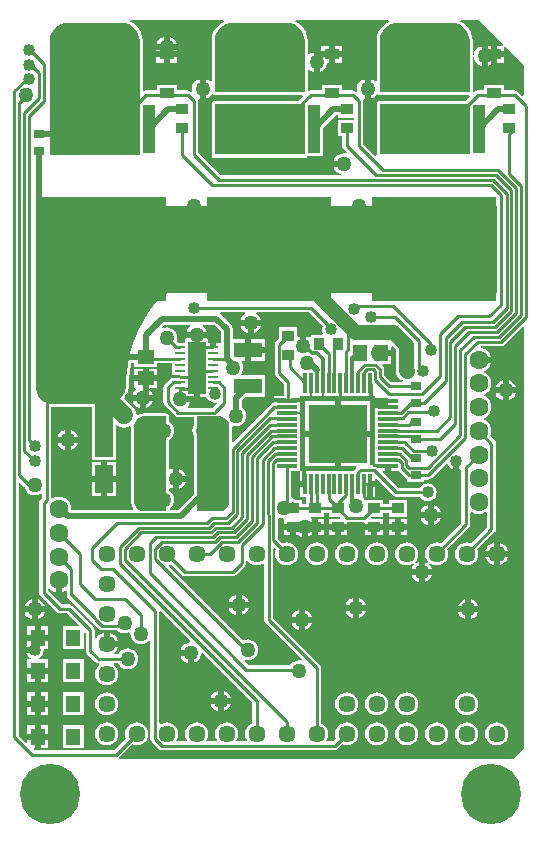
<source format=gtl>
G04 Layer_Physical_Order=1*
G04 Layer_Color=255*
%FSAX24Y24*%
%MOIN*%
G70*
G01*
G75*
%ADD10R,0.0480X0.0358*%
%ADD11R,0.0610X0.0945*%
%ADD12R,0.0354X0.0276*%
%ADD13R,0.0394X0.0354*%
%ADD14R,0.0453X0.0571*%
%ADD15R,0.0354X0.0394*%
%ADD16R,0.0571X0.0453*%
%ADD17R,0.1969X0.1969*%
%ADD18R,0.0669X0.0118*%
%ADD19R,0.0118X0.0669*%
%ADD20R,0.0925X0.0512*%
%ADD21R,0.0587X0.1732*%
%ADD22R,0.0354X0.0098*%
G04:AMPARAMS|DCode=23|XSize=106.3mil|YSize=315mil|CornerRadius=53.2mil|HoleSize=0mil|Usage=FLASHONLY|Rotation=0.000|XOffset=0mil|YOffset=0mil|HoleType=Round|Shape=RoundedRectangle|*
%AMROUNDEDRECTD23*
21,1,0.1063,0.2087,0,0,0.0*
21,1,0.0000,0.3150,0,0,0.0*
1,1,0.1063,0.0000,-0.1043*
1,1,0.1063,0.0000,-0.1043*
1,1,0.1063,0.0000,0.1043*
1,1,0.1063,0.0000,0.1043*
%
%ADD23ROUNDEDRECTD23*%
%ADD24R,0.0413X0.1634*%
%ADD25R,0.4173X0.3465*%
%ADD26R,0.0480X0.0560*%
%ADD27C,0.0100*%
%ADD28C,0.0200*%
%ADD29C,0.0120*%
%ADD30C,0.0500*%
%ADD31C,0.0400*%
%ADD32C,0.0600*%
%ADD33R,0.3005X0.1700*%
%ADD34C,0.0570*%
%ADD35C,0.0630*%
%ADD36C,0.2010*%
%ADD37C,0.0500*%
%ADD38C,0.0400*%
%ADD39C,0.0200*%
G36*
X067800Y031700D02*
X057000Y031700D01*
X057000Y031700D01*
X056958Y031702D01*
X056835Y031687D01*
X056707Y031635D01*
X056598Y031547D01*
X056568Y031511D01*
X056568Y031511D01*
X056483Y031416D01*
X056248Y031113D01*
X056039Y030784D01*
X055858Y030438D01*
X055709Y030077D01*
X055592Y029705D01*
X055507Y029324D01*
X055448Y028816D01*
X055445Y028645D01*
X055445Y028645D01*
X055443Y028583D01*
X055398Y028406D01*
X055336Y028291D01*
X055254Y028191D01*
X055154Y028108D01*
X055039Y028047D01*
X054861Y028001D01*
X054800Y028000D01*
X053000Y028000D01*
Y028000D01*
X052928D01*
X052723Y028070D01*
X052608Y028158D01*
X052520Y028273D01*
X052450Y028478D01*
Y028550D01*
X052450Y033950D01*
Y034014D01*
X052497Y034200D01*
X052557Y034313D01*
X052638Y034412D01*
X052737Y034493D01*
X052850Y034553D01*
X053036Y034600D01*
X053100D01*
X067800Y034600D01*
X067800Y031700D01*
D02*
G37*
G36*
X062001Y030585D02*
X061989Y030558D01*
X061979Y030480D01*
X061989Y030402D01*
X062013Y030345D01*
X061988Y030295D01*
X061609D01*
Y030232D01*
X061559Y030208D01*
X061532Y030229D01*
X061456Y030260D01*
Y029923D01*
X061256D01*
Y030260D01*
X061197Y030236D01*
X061147Y030261D01*
Y030542D01*
X060553D01*
Y030186D01*
X060445Y030078D01*
X060414Y030032D01*
X060404Y029979D01*
Y029035D01*
X060414Y028981D01*
X060445Y028936D01*
X060710Y028671D01*
Y028300D01*
X060712Y028287D01*
X060680Y028248D01*
X060365D01*
Y028189D01*
X060768D01*
X060796Y028170D01*
X060800Y028169D01*
X060850Y028159D01*
X060904Y028170D01*
X060932Y028189D01*
X061235D01*
Y028224D01*
X061247Y028254D01*
X061277Y028267D01*
X061448D01*
Y028265D01*
X061507D01*
Y028267D01*
X061568D01*
Y028700D01*
X061639D01*
X061646Y028663D01*
Y028267D01*
X061707D01*
Y028265D01*
X061766D01*
Y028267D01*
X061842D01*
Y028265D01*
X061901D01*
Y028267D01*
X061961D01*
Y028700D01*
X062040D01*
Y028267D01*
X062101D01*
Y028265D01*
X062160D01*
Y028267D01*
X062432D01*
Y028265D01*
X062491D01*
Y028267D01*
X062552D01*
Y028700D01*
X062631D01*
Y028267D01*
X062691D01*
Y028265D01*
X062750D01*
Y028267D01*
X063417D01*
Y028265D01*
X063476D01*
Y028267D01*
X063536D01*
Y028700D01*
X063637D01*
X063676Y028661D01*
Y028265D01*
X063708D01*
X063739Y028253D01*
X063751Y028222D01*
Y028189D01*
X064163D01*
X064164Y028189D01*
X064186Y028185D01*
Y027989D01*
X064186D01*
Y027853D01*
X063753D01*
Y027793D01*
X063751D01*
Y027733D01*
X063753D01*
Y027341D01*
Y026948D01*
Y026554D01*
Y026083D01*
X063751D01*
Y025992D01*
X063701Y025951D01*
X063700Y025951D01*
X063700Y025951D01*
X063584D01*
Y026900D01*
X062600D01*
Y025916D01*
X063102D01*
X063123Y025866D01*
X063075Y025818D01*
X063042Y025769D01*
X063038Y025748D01*
X062826D01*
Y025747D01*
X061569D01*
Y025748D01*
X061510D01*
Y025747D01*
X061450D01*
Y025314D01*
X061410D01*
Y025214D01*
X061251D01*
Y024879D01*
X061456D01*
Y024791D01*
X061455D01*
Y024666D01*
X061295D01*
Y024791D01*
X061118D01*
X061107Y024807D01*
X061058Y024840D01*
X061000Y024851D01*
X060951Y024893D01*
Y025767D01*
X061209D01*
X061238Y025754D01*
X061251Y025724D01*
Y025414D01*
X061310D01*
Y025748D01*
X061276D01*
X061246Y025761D01*
X061233Y025791D01*
Y025963D01*
Y026357D01*
Y026751D01*
Y027144D01*
Y027537D01*
X061235D01*
Y027596D01*
X061233D01*
Y027656D01*
X060800D01*
Y027735D01*
X061233D01*
Y027796D01*
X061235D01*
Y027855D01*
X061233D01*
Y027930D01*
X061235D01*
Y027989D01*
X061233D01*
Y028050D01*
X060800D01*
X060367D01*
Y028039D01*
X060365Y028038D01*
Y028038D01*
X060335Y028032D01*
X060286Y028000D01*
X059022Y026736D01*
X058976Y026756D01*
Y027043D01*
X058975Y027055D01*
Y027227D01*
X059025Y027258D01*
X059100Y027249D01*
X059191Y027261D01*
X059276Y027296D01*
X059349Y027352D01*
X059404Y027424D01*
X059439Y027509D01*
X059451Y027600D01*
X059439Y027691D01*
X059404Y027776D01*
X059349Y027848D01*
X059302Y027884D01*
Y028112D01*
X059431Y028241D01*
X060061D01*
Y028950D01*
X059310D01*
X059286Y029000D01*
X059304Y029024D01*
X059339Y029109D01*
X059351Y029200D01*
X059339Y029291D01*
X059304Y029376D01*
X059289Y029396D01*
X059311Y029441D01*
X059400D01*
Y029796D01*
Y030152D01*
X059002D01*
Y030500D01*
X058987Y030577D01*
X058943Y030643D01*
X058602Y030984D01*
X058580Y030999D01*
X058595Y031049D01*
X059401D01*
X059407Y031036D01*
X059414Y030999D01*
X059350Y030950D01*
X059294Y030877D01*
X059263Y030800D01*
X059937D01*
X059906Y030877D01*
X059850Y030950D01*
X059786Y030999D01*
X059793Y031036D01*
X059799Y031049D01*
X061537D01*
X062001Y030585D01*
D02*
G37*
G36*
X058598Y030416D02*
Y030038D01*
X058449D01*
Y029889D01*
X058249D01*
Y030038D01*
X058193D01*
Y030166D01*
X058168D01*
X058151Y030192D01*
X058148Y030200D01*
X057452D01*
X057449Y030192D01*
X057432Y030166D01*
X057407D01*
Y030037D01*
X057269D01*
X057251Y030040D01*
X057188D01*
X057134Y030095D01*
X057139Y030109D01*
X057151Y030200D01*
X057139Y030291D01*
X057104Y030376D01*
X057049Y030449D01*
X056976Y030504D01*
X056891Y030539D01*
X056800Y030551D01*
X056709Y030539D01*
X056687Y030530D01*
X056659Y030573D01*
X056725Y030639D01*
X057584D01*
X057601Y030589D01*
X057550Y030550D01*
X057494Y030477D01*
X057463Y030400D01*
X058137D01*
X058106Y030477D01*
X058050Y030550D01*
X057999Y030589D01*
X058016Y030639D01*
X058375D01*
X058598Y030416D01*
D02*
G37*
G36*
X058686Y040800D02*
X058709Y040773D01*
X058700Y040734D01*
X058618Y040690D01*
X058610Y040684D01*
X058601Y040679D01*
X058510Y040604D01*
X058504Y040596D01*
X058496Y040590D01*
X058421Y040499D01*
X058416Y040490D01*
X058410Y040482D01*
X058354Y040378D01*
X058352Y040369D01*
X058347Y040360D01*
X058313Y040247D01*
X058312Y040237D01*
X058309Y040227D01*
X058300Y040139D01*
X058301Y040134D01*
X058300Y040129D01*
Y038762D01*
X058252Y038746D01*
X058250Y038750D01*
X058177Y038806D01*
X058100Y038837D01*
Y038500D01*
Y038163D01*
X058177Y038194D01*
X058250Y038250D01*
X058288Y038301D01*
X058317Y038321D01*
X058355Y038312D01*
X058362Y038307D01*
X058400Y038300D01*
X061320D01*
X061339Y038253D01*
X061186Y038100D01*
X058395D01*
X058356Y038093D01*
X058324Y038071D01*
X058302Y038038D01*
X058295Y038000D01*
Y036300D01*
X058302Y036262D01*
X058324Y036229D01*
X058356Y036207D01*
X058395Y036200D01*
X061400D01*
X061438Y036207D01*
X061471Y036229D01*
X061482Y036245D01*
X062005D01*
Y037180D01*
X062438Y037613D01*
X062505D01*
Y037539D01*
X063049D01*
Y037461D01*
X062505D01*
Y036909D01*
X062649D01*
Y036600D01*
X062649Y036600D01*
X062660Y036542D01*
X062693Y036493D01*
X062795Y036391D01*
X062772Y036344D01*
X062700Y036353D01*
X062609Y036341D01*
X062523Y036306D01*
X062450Y036250D01*
X062394Y036177D01*
X062363Y036100D01*
X062700D01*
Y035900D01*
X062363D01*
X062394Y035823D01*
X062450Y035750D01*
X062523Y035694D01*
X062609Y035659D01*
X062600Y035610D01*
X058604D01*
X057851Y036363D01*
Y036933D01*
X057857Y036963D01*
Y037407D01*
X057851Y037437D01*
Y037563D01*
X057857Y037593D01*
Y038094D01*
X057857Y038094D01*
X057850Y038129D01*
X057876Y038157D01*
X057892Y038166D01*
X057900Y038163D01*
Y038500D01*
Y038837D01*
X057823Y038806D01*
X057750Y038750D01*
X057694Y038677D01*
X057659Y038591D01*
X057647Y038500D01*
X057656Y038428D01*
X057609Y038405D01*
X057607Y038407D01*
X057558Y038440D01*
X057500Y038451D01*
X057500Y038451D01*
X057139D01*
Y038634D01*
X056461D01*
Y038451D01*
X056100D01*
X056050Y038441D01*
X056000Y038467D01*
X056000Y040100D01*
X056000Y040129D01*
X055999Y040134D01*
X056000Y040139D01*
X055991Y040227D01*
X055988Y040237D01*
X055987Y040247D01*
X055953Y040360D01*
X055948Y040369D01*
X055946Y040378D01*
X055890Y040482D01*
X055884Y040490D01*
X055879Y040499D01*
X055804Y040590D01*
X055796Y040596D01*
X055790Y040604D01*
X055699Y040679D01*
X055690Y040684D01*
X055682Y040690D01*
X055600Y040734D01*
X055591Y040773D01*
X055614Y040800D01*
X058686Y040800D01*
D02*
G37*
G36*
X060918Y040691D02*
X061031Y040657D01*
X061135Y040601D01*
X061226Y040526D01*
X061301Y040435D01*
X061357Y040331D01*
X061391Y040218D01*
X061400Y040129D01*
X061400Y040100D01*
X061400Y038400D01*
X058400D01*
Y040100D01*
Y040129D01*
X058409Y040218D01*
X058443Y040331D01*
X058499Y040435D01*
X058574Y040526D01*
X058665Y040601D01*
X058769Y040657D01*
X058882Y040691D01*
X058971Y040700D01*
X059000D01*
X060800Y040700D01*
X060829Y040700D01*
X060918Y040691D01*
D02*
G37*
G36*
X066418Y040691D02*
X066531Y040657D01*
X066635Y040601D01*
X066726Y040526D01*
X066801Y040435D01*
X066857Y040331D01*
X066891Y040218D01*
X066900Y040129D01*
X066900Y040100D01*
X066900Y038400D01*
X063900D01*
Y040100D01*
Y040129D01*
X063909Y040218D01*
X063943Y040331D01*
X063999Y040435D01*
X064074Y040526D01*
X064165Y040601D01*
X064269Y040657D01*
X064382Y040691D01*
X064471Y040700D01*
X064500D01*
X066300Y040700D01*
X066329Y040700D01*
X066418Y040691D01*
D02*
G37*
G36*
X058657Y027567D02*
X058728Y027537D01*
X058790Y027490D01*
X058837Y027428D01*
X058867Y027357D01*
X058875Y027299D01*
Y027280D01*
Y024720D01*
Y024701D01*
X058867Y024643D01*
X058837Y024572D01*
X058790Y024510D01*
X058728Y024463D01*
X058657Y024433D01*
X058599Y024425D01*
X057812D01*
Y027575D01*
X058599D01*
X058657Y027567D01*
D02*
G37*
G36*
X061800Y028800D02*
Y029000D01*
X061900Y029100D01*
X061800Y028800D01*
D02*
G37*
G36*
X064440Y029813D02*
Y029109D01*
X064451Y029018D01*
X064487Y028933D01*
X064542Y028861D01*
X064552Y028851D01*
X064624Y028796D01*
X064669Y028777D01*
X064660Y028727D01*
X064287D01*
X064054Y028960D01*
Y029145D01*
X064054Y029145D01*
X064043Y029203D01*
X064010Y029252D01*
X064010Y029252D01*
X063994Y029268D01*
X064013Y029315D01*
X064281D01*
Y029600D01*
X063954D01*
Y029800D01*
X064281D01*
Y029907D01*
X064327Y029926D01*
X064440Y029813D01*
D02*
G37*
G36*
X056788Y024425D02*
X056001D01*
X055943Y024433D01*
X055872Y024463D01*
X055810Y024510D01*
X055763Y024572D01*
X055733Y024643D01*
X055725Y024701D01*
Y024720D01*
Y027280D01*
Y027299D01*
X055733Y027357D01*
X055763Y027428D01*
X055810Y027490D01*
X055872Y027537D01*
X055943Y027567D01*
X056001Y027575D01*
X056020Y027575D01*
Y027575D01*
X056788D01*
Y024425D01*
D02*
G37*
G36*
X057900Y028234D02*
X058121D01*
X058139Y028189D01*
X058187Y028127D01*
X058250Y028079D01*
X058322Y028049D01*
X058400Y028039D01*
X058437Y028044D01*
X058461Y027996D01*
X058316Y027851D01*
X057515D01*
X057504Y027883D01*
X057502Y027901D01*
X057557Y027973D01*
X057592Y028058D01*
X057604Y028149D01*
X057598Y028196D01*
X057631Y028234D01*
X057700D01*
Y029200D01*
X057900D01*
Y028234D01*
D02*
G37*
G36*
X068700Y030546D02*
Y016800D01*
Y016500D01*
X068350Y016150D01*
X055233D01*
X055220Y016172D01*
X055214Y016200D01*
X055658Y016644D01*
X055700Y016626D01*
X055800Y016613D01*
X055900Y016626D01*
X055993Y016665D01*
X056073Y016727D01*
X056135Y016807D01*
X056174Y016900D01*
X056187Y017000D01*
X056174Y017100D01*
X056135Y017193D01*
X056073Y017273D01*
X055993Y017335D01*
X055900Y017374D01*
X055800Y017387D01*
X055700Y017374D01*
X055607Y017335D01*
X055527Y017273D01*
X055465Y017193D01*
X055426Y017100D01*
X055413Y017000D01*
X055426Y016900D01*
X055444Y016858D01*
X055037Y016451D01*
X052383D01*
X052369Y016470D01*
X052394Y016520D01*
X052400D01*
Y016800D01*
X052160D01*
Y016719D01*
X052114Y016700D01*
X051874Y016940D01*
Y025346D01*
X051920Y025366D01*
X052058Y025228D01*
X052061Y025209D01*
X052096Y025124D01*
X052151Y025052D01*
X052224Y024996D01*
X052309Y024961D01*
X052400Y024949D01*
X052491Y024961D01*
X052576Y024996D01*
X052599Y025013D01*
X052649Y024989D01*
Y024863D01*
X052593Y024807D01*
X052560Y024758D01*
X052549Y024700D01*
X052549Y024700D01*
Y021700D01*
X052549Y021700D01*
X052560Y021642D01*
X052593Y021593D01*
X053134Y021052D01*
X053134Y021052D01*
X053183Y021019D01*
X053241Y021008D01*
X053241Y021008D01*
X053478D01*
X053861Y020625D01*
X053842Y020578D01*
X053352D01*
Y019822D01*
X054029D01*
Y020371D01*
X054078Y020393D01*
X054103Y020374D01*
Y019774D01*
X054103Y019774D01*
X054115Y019716D01*
X054148Y019667D01*
X054422Y019393D01*
X054471Y019360D01*
X054529Y019349D01*
X054529Y019349D01*
X054542D01*
X054559Y019299D01*
X054527Y019273D01*
X054465Y019193D01*
X054426Y019100D01*
X054413Y019000D01*
X054426Y018900D01*
X054465Y018807D01*
X054527Y018727D01*
X054607Y018665D01*
X054700Y018626D01*
X054800Y018613D01*
X054900Y018626D01*
X054993Y018665D01*
X055073Y018727D01*
X055135Y018807D01*
X055174Y018900D01*
X055187Y019000D01*
X055174Y019100D01*
X055135Y019193D01*
X055073Y019273D01*
X055041Y019299D01*
X055058Y019349D01*
X055186D01*
X055196Y019324D01*
X055251Y019252D01*
X055324Y019196D01*
X055409Y019161D01*
X055500Y019149D01*
X055591Y019161D01*
X055676Y019196D01*
X055749Y019252D01*
X055804Y019324D01*
X055839Y019409D01*
X055851Y019500D01*
X055839Y019591D01*
X055804Y019676D01*
X055749Y019749D01*
X055676Y019804D01*
X055591Y019839D01*
X055500Y019851D01*
X055409Y019839D01*
X055324Y019804D01*
X055251Y019749D01*
X055196Y019676D01*
X055186Y019651D01*
X055060D01*
X055043Y019701D01*
X055075Y019725D01*
X055136Y019806D01*
X055175Y019899D01*
X055175Y019900D01*
X054800D01*
Y020000D01*
X054700D01*
Y020375D01*
X054699Y020375D01*
X054606Y020336D01*
X054525Y020275D01*
X054464Y020194D01*
X054456Y020175D01*
X054406Y020185D01*
Y020445D01*
X054406Y020445D01*
X054394Y020503D01*
X054362Y020552D01*
X054362Y020552D01*
X053648Y021266D01*
X053599Y021299D01*
X053541Y021310D01*
X053541Y021310D01*
X053304D01*
X052851Y021763D01*
Y021814D01*
X052899Y021830D01*
X052904Y021823D01*
X052991Y021756D01*
X053092Y021715D01*
X053100Y021713D01*
Y022119D01*
X053300D01*
Y021713D01*
X053308Y021715D01*
X053409Y021756D01*
X053428Y021771D01*
X053473Y021749D01*
Y021619D01*
X053473Y021619D01*
X053484Y021561D01*
X053517Y021512D01*
X053518Y021511D01*
X053518Y021511D01*
X053539Y021497D01*
X054285Y020751D01*
X054299Y020730D01*
X054530Y020499D01*
X054530Y020499D01*
X054579Y020466D01*
X054637Y020455D01*
X055149D01*
X055152Y020452D01*
X055224Y020396D01*
X055309Y020361D01*
X055400Y020349D01*
X055491Y020361D01*
X055545Y020383D01*
X055590Y020348D01*
X055590Y020341D01*
X055601Y020250D01*
X055637Y020165D01*
X055692Y020092D01*
X055765Y020037D01*
X055850Y020001D01*
X055941Y019990D01*
X056032Y020001D01*
X056117Y020037D01*
X056189Y020092D01*
X056205Y020112D01*
X056255Y020095D01*
Y016837D01*
X056255Y016837D01*
X056266Y016779D01*
X056299Y016730D01*
X056536Y016493D01*
X056536Y016493D01*
X056585Y016460D01*
X056643Y016449D01*
X056643Y016449D01*
X062400D01*
X062400Y016449D01*
X062458Y016460D01*
X062507Y016493D01*
X062658Y016644D01*
X062700Y016626D01*
X062800Y016613D01*
X062900Y016626D01*
X062993Y016665D01*
X063073Y016727D01*
X063135Y016807D01*
X063174Y016900D01*
X063187Y017000D01*
X063174Y017100D01*
X063135Y017193D01*
X063073Y017273D01*
X062993Y017335D01*
X062900Y017374D01*
X062800Y017387D01*
X062700Y017374D01*
X062607Y017335D01*
X062527Y017273D01*
X062465Y017193D01*
X062426Y017100D01*
X062413Y017000D01*
X062426Y016900D01*
X062444Y016858D01*
X062337Y016751D01*
X062149D01*
X062127Y016796D01*
X062135Y016807D01*
X062174Y016900D01*
X062187Y017000D01*
X062174Y017100D01*
X062135Y017193D01*
X062073Y017273D01*
X061993Y017335D01*
X061951Y017352D01*
Y019200D01*
X061940Y019258D01*
X061907Y019307D01*
X061907Y019307D01*
X060349Y020865D01*
Y023172D01*
X060395Y023191D01*
X060444Y023142D01*
X060426Y023100D01*
X060413Y023000D01*
X060426Y022900D01*
X060465Y022807D01*
X060527Y022727D01*
X060607Y022665D01*
X060700Y022626D01*
X060800Y022613D01*
X060900Y022626D01*
X060993Y022665D01*
X061073Y022727D01*
X061135Y022807D01*
X061174Y022900D01*
X061187Y023000D01*
X061174Y023100D01*
X061135Y023193D01*
X061073Y023273D01*
X060993Y023335D01*
X060900Y023374D01*
X060800Y023387D01*
X060700Y023374D01*
X060658Y023356D01*
X060508Y023506D01*
Y024173D01*
X060558Y024207D01*
X060609Y024186D01*
X060660Y024179D01*
X060701Y024163D01*
X060703Y024125D01*
Y023985D01*
X061000D01*
Y023885D01*
X061100D01*
Y023608D01*
X061206D01*
X061223Y023594D01*
X061300Y023563D01*
Y023900D01*
X061500D01*
Y023563D01*
X061577Y023594D01*
X061594Y023608D01*
X061650D01*
Y023885D01*
Y024162D01*
X061635D01*
X061607Y024193D01*
X061624Y024239D01*
X062045D01*
Y024364D01*
X062205D01*
Y024239D01*
X062558D01*
X062584Y024208D01*
X062564Y024162D01*
X062203D01*
Y023985D01*
X062500D01*
X062797D01*
Y024034D01*
X062815Y024049D01*
X063385D01*
X063385Y024049D01*
X063403Y024034D01*
Y023985D01*
X063700D01*
X063997D01*
Y024162D01*
X063636D01*
X063616Y024208D01*
X063642Y024239D01*
X063995D01*
Y024364D01*
X064205D01*
Y024239D01*
X064795D01*
Y024791D01*
X064205D01*
Y024666D01*
X063995D01*
Y024791D01*
X063405D01*
X063405Y024791D01*
Y024791D01*
X063370Y024823D01*
X063365Y024829D01*
X063390Y024879D01*
X063476D01*
Y025314D01*
X063576D01*
Y025414D01*
X063735D01*
Y025486D01*
X063781Y025505D01*
X064343Y024943D01*
X064343Y024943D01*
X064392Y024910D01*
X064450Y024899D01*
X065240D01*
X065287Y024837D01*
X065349Y024789D01*
X065422Y024759D01*
X065500Y024749D01*
X065578Y024759D01*
X065651Y024789D01*
X065713Y024837D01*
X065761Y024899D01*
X065791Y024972D01*
X065801Y025050D01*
X065791Y025128D01*
X065761Y025201D01*
X065713Y025263D01*
X065651Y025311D01*
X065578Y025341D01*
X065500Y025351D01*
X065422Y025341D01*
X065349Y025311D01*
X065287Y025263D01*
X065240Y025201D01*
X064513D01*
X063995Y025719D01*
X064014Y025765D01*
X064086D01*
Y025924D01*
X064286D01*
Y025765D01*
X064522D01*
X064523Y025763D01*
X064769Y025517D01*
X064769Y025517D01*
X064818Y025485D01*
X064824Y025483D01*
Y025388D01*
X065376D01*
Y025473D01*
X065524D01*
X065524Y025473D01*
X065582Y025485D01*
X065631Y025517D01*
X066113Y025999D01*
X066172Y025987D01*
X066188Y025949D01*
X066236Y025886D01*
X066299Y025838D01*
X066350Y025817D01*
Y026100D01*
X066550D01*
Y025817D01*
X066575Y025827D01*
X066625Y025796D01*
Y024039D01*
X065942Y023356D01*
X065900Y023374D01*
X065800Y023387D01*
X065700Y023374D01*
X065607Y023335D01*
X065527Y023273D01*
X065465Y023193D01*
X065426Y023100D01*
X065413Y023000D01*
X065426Y022900D01*
X065465Y022807D01*
X065519Y022736D01*
X065484Y022700D01*
X065477Y022706D01*
X065400Y022737D01*
Y022500D01*
X065637D01*
X065606Y022577D01*
X065557Y022640D01*
X065592Y022676D01*
X065607Y022665D01*
X065700Y022626D01*
X065800Y022613D01*
X065900Y022626D01*
X065993Y022665D01*
X066073Y022727D01*
X066135Y022807D01*
X066174Y022900D01*
X066187Y023000D01*
X066174Y023100D01*
X066156Y023142D01*
X066883Y023869D01*
X066883Y023869D01*
X066916Y023918D01*
X066927Y023976D01*
X066927Y023976D01*
Y024369D01*
X066972Y024392D01*
X066992Y024377D01*
X067092Y024335D01*
X067200Y024321D01*
X067308Y024335D01*
X067408Y024377D01*
X067428Y024392D01*
X067473Y024369D01*
Y023887D01*
X066942Y023356D01*
X066900Y023374D01*
X066800Y023387D01*
X066700Y023374D01*
X066607Y023335D01*
X066527Y023273D01*
X066465Y023193D01*
X066426Y023100D01*
X066413Y023000D01*
X066426Y022900D01*
X066465Y022807D01*
X066527Y022727D01*
X066607Y022665D01*
X066700Y022626D01*
X066800Y022613D01*
X066900Y022626D01*
X066993Y022665D01*
X067073Y022727D01*
X067135Y022807D01*
X067174Y022900D01*
X067187Y023000D01*
X067174Y023100D01*
X067156Y023142D01*
X067731Y023717D01*
X067731Y023717D01*
X067764Y023766D01*
X067775Y023824D01*
X067775Y023824D01*
Y026673D01*
X067764Y026731D01*
X067731Y026780D01*
X067731Y026780D01*
X067579Y026932D01*
X067603Y026989D01*
X067617Y027097D01*
X067603Y027205D01*
X067561Y027306D01*
X067495Y027392D01*
X067408Y027459D01*
X067387Y027467D01*
Y027517D01*
X067408Y027526D01*
X067495Y027593D01*
X067561Y027679D01*
X067603Y027779D01*
X067617Y027887D01*
X067603Y027995D01*
X067561Y028096D01*
X067495Y028182D01*
X067408Y028249D01*
X067390Y028256D01*
Y028306D01*
X067408Y028314D01*
X067495Y028380D01*
X067561Y028466D01*
X067603Y028567D01*
X067617Y028675D01*
X067603Y028783D01*
X067561Y028883D01*
X067495Y028970D01*
X067408Y029036D01*
X067392Y029043D01*
Y029093D01*
X067409Y029100D01*
X067496Y029166D01*
X067562Y029253D01*
X067604Y029354D01*
X067605Y029362D01*
X067200D01*
Y029562D01*
X067605D01*
X067604Y029571D01*
X067562Y029671D01*
X067496Y029758D01*
X067409Y029825D01*
X067308Y029867D01*
X067271Y029871D01*
X067274Y029922D01*
X067948D01*
X067948Y029922D01*
X068006Y029933D01*
X068055Y029966D01*
X068654Y030565D01*
X068700Y030546D01*
D02*
G37*
G36*
X064186Y040800D02*
X064209Y040773D01*
X064200Y040734D01*
X064118Y040690D01*
X064110Y040684D01*
X064101Y040679D01*
X064010Y040604D01*
X064004Y040596D01*
X063996Y040590D01*
X063921Y040499D01*
X063916Y040490D01*
X063910Y040482D01*
X063854Y040378D01*
X063852Y040369D01*
X063847Y040360D01*
X063813Y040247D01*
X063812Y040237D01*
X063809Y040227D01*
X063800Y040139D01*
X063801Y040134D01*
X063800Y040129D01*
Y038762D01*
X063752Y038746D01*
X063750Y038750D01*
X063677Y038806D01*
X063600Y038837D01*
Y038500D01*
Y038163D01*
X063677Y038194D01*
X063750Y038250D01*
X063788Y038301D01*
X063817Y038321D01*
X063855Y038312D01*
X063862Y038307D01*
X063900Y038300D01*
X066876D01*
X066897Y038250D01*
X066748Y038100D01*
X063895D01*
X063856Y038093D01*
X063824Y038071D01*
X063802Y038038D01*
X063795Y038000D01*
Y036300D01*
X063797Y036288D01*
X063751Y036263D01*
X063351Y036663D01*
Y038100D01*
X063351Y038100D01*
X063345Y038131D01*
X063389Y038167D01*
X063400Y038163D01*
Y038500D01*
Y038837D01*
X063323Y038806D01*
X063250Y038750D01*
X063194Y038677D01*
X063159Y038591D01*
X063147Y038500D01*
X063156Y038428D01*
X063109Y038405D01*
X063107Y038407D01*
X063058Y038440D01*
X063000Y038451D01*
X063000Y038451D01*
X062639D01*
Y038634D01*
X061961D01*
Y038451D01*
X061600D01*
X061600Y038451D01*
X061550Y038441D01*
X061520Y038457D01*
X061500Y038472D01*
Y039138D01*
X061548Y039154D01*
X061550Y039150D01*
X061623Y039094D01*
X061700Y039063D01*
Y039400D01*
Y039737D01*
X061623Y039706D01*
X061550Y039650D01*
X061548Y039646D01*
X061500Y039662D01*
Y040100D01*
X061500Y040129D01*
X061499Y040134D01*
X061500Y040139D01*
X061491Y040227D01*
X061488Y040237D01*
X061487Y040247D01*
X061453Y040360D01*
X061448Y040369D01*
X061446Y040378D01*
X061390Y040482D01*
X061384Y040490D01*
X061379Y040499D01*
X061304Y040590D01*
X061296Y040596D01*
X061290Y040604D01*
X061199Y040679D01*
X061190Y040684D01*
X061182Y040690D01*
X061100Y040734D01*
X061091Y040773D01*
X061114Y040800D01*
X064186Y040800D01*
D02*
G37*
G36*
X055418Y040691D02*
X055531Y040657D01*
X055635Y040601D01*
X055726Y040526D01*
X055801Y040435D01*
X055857Y040331D01*
X055891Y040218D01*
X055900Y040129D01*
X055900Y040100D01*
X055900Y036300D01*
X052900D01*
Y040100D01*
X052900Y040129D01*
X052909Y040218D01*
X052943Y040331D01*
X052999Y040435D01*
X053074Y040526D01*
X053165Y040601D01*
X053269Y040657D01*
X053382Y040691D01*
X053471Y040700D01*
X053500Y040700D01*
X055300Y040700D01*
X055329Y040700D01*
X055418Y040691D01*
D02*
G37*
G36*
X055716Y029230D02*
X056484D01*
Y029344D01*
X056975D01*
Y029054D01*
X056974D01*
Y029005D01*
X056975D01*
Y028954D01*
X057251D01*
Y028859D01*
X057013D01*
X056994Y028856D01*
X056975D01*
Y028852D01*
X056974Y028851D01*
Y028851D01*
X056955Y028848D01*
X056906Y028815D01*
X056906Y028815D01*
X056734Y028643D01*
X056701Y028594D01*
X056690Y028536D01*
X056690Y028536D01*
Y028051D01*
X056690Y028051D01*
X056701Y027993D01*
X056734Y027944D01*
X057085Y027593D01*
X057085Y027593D01*
X057134Y027560D01*
X057192Y027549D01*
X057192Y027549D01*
X057711D01*
Y027296D01*
X057696Y027276D01*
X057661Y027191D01*
X057649Y027100D01*
X057661Y027009D01*
X057696Y026924D01*
X057710Y026905D01*
Y024996D01*
X057182Y024468D01*
X056922D01*
X056905Y024518D01*
X056948Y024551D01*
X057004Y024624D01*
X057039Y024709D01*
X057051Y024800D01*
X057039Y024891D01*
X057004Y024976D01*
X056948Y025048D01*
X056890Y025094D01*
Y025163D01*
X056940Y025188D01*
X057000Y025163D01*
Y025500D01*
Y025837D01*
X056940Y025812D01*
X056890Y025837D01*
Y026806D01*
X056948Y026851D01*
X057004Y026924D01*
X057039Y027009D01*
X057051Y027100D01*
X057039Y027191D01*
X057004Y027276D01*
X056948Y027348D01*
X056889Y027395D01*
Y027575D01*
X056881Y027613D01*
X056859Y027646D01*
X056827Y027668D01*
X056788Y027675D01*
X056268D01*
X056257Y027676D01*
X056245Y027675D01*
X056020D01*
X056020Y027675D01*
X056001Y027675D01*
X055995Y027674D01*
X055988Y027674D01*
X055930Y027667D01*
X055918Y027662D01*
X055905Y027660D01*
X055840Y027633D01*
X055805Y027644D01*
X055797Y027648D01*
X055786Y027660D01*
X055780Y027713D01*
X055739Y027810D01*
X055676Y027893D01*
X055381Y028187D01*
X055414Y028227D01*
X055419Y028236D01*
X055425Y028244D01*
X055486Y028358D01*
X055490Y028370D01*
X055495Y028381D01*
X055541Y028558D01*
X055541Y028570D01*
X055544Y028581D01*
X055545Y028643D01*
X055545Y028643D01*
X055549Y028809D01*
X055607Y029308D01*
X055616Y029352D01*
X055716D01*
Y029230D01*
D02*
G37*
G36*
X059527Y022727D02*
X059607Y022665D01*
X059700Y022626D01*
X059800Y022613D01*
X059900Y022626D01*
X059993Y022665D01*
X060001Y022671D01*
X060046Y022649D01*
Y020803D01*
X060046Y020803D01*
X060057Y020745D01*
X060090Y020696D01*
X061297Y019489D01*
X061274Y019442D01*
X061200Y019451D01*
X061109Y019439D01*
X061024Y019404D01*
X060951Y019348D01*
X060908Y019292D01*
X059522D01*
X059403Y019411D01*
X059426Y019458D01*
X059500Y019449D01*
X059591Y019461D01*
X059676Y019496D01*
X059749Y019552D01*
X059804Y019624D01*
X059839Y019709D01*
X059851Y019800D01*
X059839Y019891D01*
X059804Y019976D01*
X059749Y020048D01*
X059676Y020104D01*
X059591Y020139D01*
X059500Y020151D01*
X059409Y020139D01*
X059344Y020113D01*
X056878Y022578D01*
X056894Y022626D01*
X056900Y022626D01*
X056942Y022644D01*
X057293Y022293D01*
X057293Y022293D01*
X057342Y022260D01*
X057400Y022249D01*
X059000D01*
X059000Y022249D01*
X059058Y022260D01*
X059107Y022293D01*
X059407Y022593D01*
X059440Y022642D01*
X059451Y022700D01*
X059451Y022700D01*
Y022742D01*
X059501Y022759D01*
X059527Y022727D01*
D02*
G37*
G36*
X054298Y027900D02*
Y027271D01*
X054296D01*
Y026130D01*
X055104D01*
Y027264D01*
X055120Y027278D01*
X055152Y027290D01*
X055190Y027261D01*
X055287Y027220D01*
X055391Y027207D01*
X055495Y027220D01*
X055575Y027253D01*
X055617Y027232D01*
X055625Y027223D01*
Y027055D01*
X055624Y027043D01*
Y024957D01*
X055625Y024945D01*
Y024701D01*
X055626Y024695D01*
X055626Y024688D01*
X055633Y024630D01*
X055638Y024618D01*
X055640Y024605D01*
X055670Y024533D01*
X055677Y024522D01*
X055679Y024518D01*
X055661Y024468D01*
X055081D01*
X055071Y024470D01*
X053629D01*
X053617Y024484D01*
X053603Y024592D01*
X053561Y024692D01*
X053495Y024779D01*
X053408Y024845D01*
X053308Y024886D01*
X053200Y024901D01*
X053092Y024886D01*
X053001Y024849D01*
X052951Y024870D01*
Y027896D01*
X053001Y027900D01*
X054298Y027900D01*
D02*
G37*
G36*
X067200Y040800D02*
X068027Y039973D01*
X068006Y039923D01*
X067800D01*
Y039744D01*
X068040D01*
Y039889D01*
X068090Y039910D01*
X068700Y039300D01*
Y038279D01*
X068654Y038260D01*
X068507Y038407D01*
X068458Y038440D01*
X068400Y038451D01*
X068400Y038451D01*
X068039D01*
Y038634D01*
X067361D01*
Y038451D01*
X067162D01*
X067104Y038440D01*
X067055Y038407D01*
X067055Y038407D01*
X067050Y038403D01*
X067000Y038424D01*
X067000Y039571D01*
X067050Y039574D01*
X067059Y039509D01*
X067094Y039423D01*
X067150Y039350D01*
X067223Y039294D01*
X067300Y039263D01*
Y039600D01*
Y039937D01*
X067223Y039906D01*
X067150Y039850D01*
X067094Y039777D01*
X067059Y039691D01*
X067050Y039626D01*
X067000Y039629D01*
Y040100D01*
X067000Y040129D01*
X066999Y040134D01*
X067000Y040139D01*
X066991Y040227D01*
X066988Y040237D01*
X066987Y040247D01*
X066953Y040360D01*
X066948Y040369D01*
X066946Y040378D01*
X066890Y040482D01*
X066884Y040490D01*
X066879Y040499D01*
X066804Y040590D01*
X066796Y040596D01*
X066790Y040604D01*
X066699Y040679D01*
X066690Y040684D01*
X066682Y040690D01*
X066600Y040734D01*
X066591Y040773D01*
X066614Y040800D01*
X067200D01*
D02*
G37*
G36*
X057585Y020101D02*
X057567Y020049D01*
X057509Y020041D01*
X057423Y020006D01*
X057350Y019950D01*
X057294Y019877D01*
X057263Y019800D01*
X057600D01*
Y019700D01*
X057700D01*
Y019363D01*
X057777Y019394D01*
X057850Y019450D01*
X057906Y019523D01*
X057941Y019609D01*
X057949Y019667D01*
X058001Y019685D01*
X059649Y018037D01*
Y017352D01*
X059607Y017335D01*
X059527Y017273D01*
X059465Y017193D01*
X059426Y017100D01*
X059413Y017000D01*
X059426Y016900D01*
X059465Y016807D01*
X059473Y016796D01*
X059451Y016751D01*
X059149D01*
X059127Y016796D01*
X059135Y016807D01*
X059174Y016900D01*
X059187Y017000D01*
X059174Y017100D01*
X059135Y017193D01*
X059073Y017273D01*
X058993Y017335D01*
X058900Y017374D01*
X058800Y017387D01*
X058700Y017374D01*
X058607Y017335D01*
X058527Y017273D01*
X058465Y017193D01*
X058426Y017100D01*
X058413Y017000D01*
X058426Y016900D01*
X058465Y016807D01*
X058473Y016796D01*
X058451Y016751D01*
X058149D01*
X058127Y016796D01*
X058135Y016807D01*
X058174Y016900D01*
X058187Y017000D01*
X058174Y017100D01*
X058135Y017193D01*
X058073Y017273D01*
X057993Y017335D01*
X057900Y017374D01*
X057800Y017387D01*
X057700Y017374D01*
X057607Y017335D01*
X057527Y017273D01*
X057465Y017193D01*
X057426Y017100D01*
X057413Y017000D01*
X057426Y016900D01*
X057465Y016807D01*
X057473Y016796D01*
X057451Y016751D01*
X057149D01*
X057127Y016796D01*
X057135Y016807D01*
X057174Y016900D01*
X057187Y017000D01*
X057174Y017100D01*
X057135Y017193D01*
X057073Y017273D01*
X056993Y017335D01*
X056900Y017374D01*
X056800Y017387D01*
X056700Y017374D01*
X056607Y017335D01*
X056602Y017331D01*
X056557Y017354D01*
Y021058D01*
X056607Y021079D01*
X057585Y020101D01*
D02*
G37*
%LPC*%
G36*
X063437Y021100D02*
X063200D01*
Y020863D01*
X063277Y020894D01*
X063350Y020950D01*
X063406Y021023D01*
X063437Y021100D01*
D02*
G37*
G36*
X067187Y021050D02*
X066950D01*
Y020813D01*
X067027Y020844D01*
X067100Y020900D01*
X067156Y020973D01*
X067187Y021050D01*
D02*
G37*
G36*
X052400Y020580D02*
X052160D01*
Y020300D01*
X052400D01*
Y020580D01*
D02*
G37*
G36*
X063000Y021100D02*
X062763D01*
X062794Y021023D01*
X062850Y020950D01*
X062923Y020894D01*
X063000Y020863D01*
Y021100D01*
D02*
G37*
G36*
X066750Y021050D02*
X066513D01*
X066544Y020973D01*
X066600Y020900D01*
X066673Y020844D01*
X066750Y020813D01*
Y021050D01*
D02*
G37*
G36*
X052300D02*
X052063D01*
X052094Y020973D01*
X052150Y020900D01*
X052223Y020844D01*
X052300Y020813D01*
Y021050D01*
D02*
G37*
G36*
X052737D02*
X052500D01*
Y020813D01*
X052577Y020844D01*
X052650Y020900D01*
X052706Y020973D01*
X052737Y021050D01*
D02*
G37*
G36*
X061637Y020700D02*
X061400D01*
Y020463D01*
X061477Y020494D01*
X061550Y020550D01*
X061606Y020623D01*
X061637Y020700D01*
D02*
G37*
G36*
X052840Y020580D02*
X052600D01*
Y020300D01*
X052840D01*
Y020580D01*
D02*
G37*
G36*
X061200Y020700D02*
X060963D01*
X060994Y020623D01*
X061050Y020550D01*
X061123Y020494D01*
X061200Y020463D01*
Y020700D01*
D02*
G37*
G36*
Y021137D02*
X061123Y021106D01*
X061050Y021050D01*
X060994Y020977D01*
X060963Y020900D01*
X061200D01*
Y021137D01*
D02*
G37*
G36*
X059300Y021637D02*
Y021400D01*
X059537D01*
X059506Y021477D01*
X059450Y021550D01*
X059377Y021606D01*
X059300Y021637D01*
D02*
G37*
G36*
X059100D02*
X059023Y021606D01*
X058950Y021550D01*
X058894Y021477D01*
X058863Y021400D01*
X059100D01*
Y021637D01*
D02*
G37*
G36*
X063200Y021537D02*
Y021300D01*
X063437D01*
X063406Y021377D01*
X063350Y021450D01*
X063277Y021506D01*
X063200Y021537D01*
D02*
G37*
G36*
X065200Y022300D02*
X064963D01*
X064994Y022223D01*
X065050Y022150D01*
X065123Y022094D01*
X065200Y022063D01*
Y022300D01*
D02*
G37*
G36*
X061800Y023387D02*
X061700Y023374D01*
X061607Y023335D01*
X061527Y023273D01*
X061465Y023193D01*
X061426Y023100D01*
X061413Y023000D01*
X061426Y022900D01*
X061465Y022807D01*
X061527Y022727D01*
X061607Y022665D01*
X061700Y022626D01*
X061800Y022613D01*
X061900Y022626D01*
X061993Y022665D01*
X062073Y022727D01*
X062135Y022807D01*
X062174Y022900D01*
X062187Y023000D01*
X062174Y023100D01*
X062135Y023193D01*
X062073Y023273D01*
X061993Y023335D01*
X061900Y023374D01*
X061800Y023387D01*
D02*
G37*
G36*
X064800D02*
X064700Y023374D01*
X064607Y023335D01*
X064527Y023273D01*
X064465Y023193D01*
X064426Y023100D01*
X064413Y023000D01*
X064426Y022900D01*
X064465Y022807D01*
X064527Y022727D01*
X064607Y022665D01*
X064700Y022626D01*
X064800Y022613D01*
X064900Y022626D01*
X064993Y022665D01*
X065008Y022676D01*
X065043Y022640D01*
X064994Y022577D01*
X064963Y022500D01*
X065200D01*
Y022737D01*
X065123Y022706D01*
X065116Y022700D01*
X065081Y022736D01*
X065135Y022807D01*
X065174Y022900D01*
X065187Y023000D01*
X065174Y023100D01*
X065135Y023193D01*
X065073Y023273D01*
X064993Y023335D01*
X064900Y023374D01*
X064800Y023387D01*
D02*
G37*
G36*
X065637Y022300D02*
X065400D01*
Y022063D01*
X065477Y022094D01*
X065550Y022150D01*
X065606Y022223D01*
X065637Y022300D01*
D02*
G37*
G36*
X063000Y021537D02*
X062923Y021506D01*
X062850Y021450D01*
X062794Y021377D01*
X062763Y021300D01*
X063000D01*
Y021537D01*
D02*
G37*
G36*
X059537Y021200D02*
X059300D01*
Y020963D01*
X059377Y020994D01*
X059450Y021050D01*
X059506Y021123D01*
X059537Y021200D01*
D02*
G37*
G36*
X059100D02*
X058863D01*
X058894Y021123D01*
X058950Y021050D01*
X059023Y020994D01*
X059100Y020963D01*
Y021200D01*
D02*
G37*
G36*
X061400Y021137D02*
Y020900D01*
X061637D01*
X061606Y020977D01*
X061550Y021050D01*
X061477Y021106D01*
X061400Y021137D01*
D02*
G37*
G36*
X052300Y021487D02*
X052223Y021456D01*
X052150Y021400D01*
X052094Y021327D01*
X052063Y021250D01*
X052300D01*
Y021487D01*
D02*
G37*
G36*
X066950D02*
Y021250D01*
X067187D01*
X067156Y021327D01*
X067100Y021400D01*
X067027Y021456D01*
X066950Y021487D01*
D02*
G37*
G36*
X066750D02*
X066673Y021456D01*
X066600Y021400D01*
X066544Y021327D01*
X066513Y021250D01*
X066750D01*
Y021487D01*
D02*
G37*
G36*
X052500D02*
Y021250D01*
X052737D01*
X052706Y021327D01*
X052650Y021400D01*
X052577Y021456D01*
X052500Y021487D01*
D02*
G37*
G36*
X054800Y018387D02*
X054700Y018374D01*
X054607Y018335D01*
X054527Y018273D01*
X054465Y018193D01*
X054426Y018100D01*
X054413Y018000D01*
X054426Y017900D01*
X054465Y017807D01*
X054527Y017727D01*
X054607Y017665D01*
X054700Y017626D01*
X054800Y017613D01*
X054900Y017626D01*
X054993Y017665D01*
X055073Y017727D01*
X055135Y017807D01*
X055174Y017900D01*
X055187Y018000D01*
X055174Y018100D01*
X055135Y018193D01*
X055073Y018273D01*
X054993Y018335D01*
X054900Y018374D01*
X054800Y018387D01*
D02*
G37*
G36*
X052840Y017280D02*
X052600D01*
Y017000D01*
X052840D01*
Y017280D01*
D02*
G37*
G36*
X052400D02*
X052160D01*
Y017000D01*
X052400D01*
Y017280D01*
D02*
G37*
G36*
X062800Y018387D02*
X062700Y018374D01*
X062607Y018335D01*
X062527Y018273D01*
X062465Y018193D01*
X062426Y018100D01*
X062413Y018000D01*
X062426Y017900D01*
X062465Y017807D01*
X062527Y017727D01*
X062607Y017665D01*
X062700Y017626D01*
X062800Y017613D01*
X062900Y017626D01*
X062993Y017665D01*
X063073Y017727D01*
X063135Y017807D01*
X063174Y017900D01*
X063187Y018000D01*
X063174Y018100D01*
X063135Y018193D01*
X063073Y018273D01*
X062993Y018335D01*
X062900Y018374D01*
X062800Y018387D01*
D02*
G37*
G36*
X066800D02*
X066700Y018374D01*
X066607Y018335D01*
X066527Y018273D01*
X066465Y018193D01*
X066426Y018100D01*
X066413Y018000D01*
X066426Y017900D01*
X066465Y017807D01*
X066527Y017727D01*
X066607Y017665D01*
X066700Y017626D01*
X066800Y017613D01*
X066900Y017626D01*
X066993Y017665D01*
X067073Y017727D01*
X067135Y017807D01*
X067174Y017900D01*
X067187Y018000D01*
X067174Y018100D01*
X067135Y018193D01*
X067073Y018273D01*
X066993Y018335D01*
X066900Y018374D01*
X066800Y018387D01*
D02*
G37*
G36*
X064800D02*
X064700Y018374D01*
X064607Y018335D01*
X064527Y018273D01*
X064465Y018193D01*
X064426Y018100D01*
X064413Y018000D01*
X064426Y017900D01*
X064465Y017807D01*
X064527Y017727D01*
X064607Y017665D01*
X064700Y017626D01*
X064800Y017613D01*
X064900Y017626D01*
X064993Y017665D01*
X065073Y017727D01*
X065135Y017807D01*
X065174Y017900D01*
X065187Y018000D01*
X065174Y018100D01*
X065135Y018193D01*
X065073Y018273D01*
X064993Y018335D01*
X064900Y018374D01*
X064800Y018387D01*
D02*
G37*
G36*
X063800D02*
X063700Y018374D01*
X063607Y018335D01*
X063527Y018273D01*
X063465Y018193D01*
X063426Y018100D01*
X063413Y018000D01*
X063426Y017900D01*
X063465Y017807D01*
X063527Y017727D01*
X063607Y017665D01*
X063700Y017626D01*
X063800Y017613D01*
X063900Y017626D01*
X063993Y017665D01*
X064073Y017727D01*
X064135Y017807D01*
X064174Y017900D01*
X064187Y018000D01*
X064174Y018100D01*
X064135Y018193D01*
X064073Y018273D01*
X063993Y018335D01*
X063900Y018374D01*
X063800Y018387D01*
D02*
G37*
G36*
X067800Y017387D02*
X067700Y017374D01*
X067607Y017335D01*
X067527Y017273D01*
X067465Y017193D01*
X067426Y017100D01*
X067413Y017000D01*
X067426Y016900D01*
X067465Y016807D01*
X067527Y016727D01*
X067607Y016665D01*
X067700Y016626D01*
X067800Y016613D01*
X067900Y016626D01*
X067993Y016665D01*
X068073Y016727D01*
X068135Y016807D01*
X068174Y016900D01*
X068187Y017000D01*
X068174Y017100D01*
X068135Y017193D01*
X068073Y017273D01*
X067993Y017335D01*
X067900Y017374D01*
X067800Y017387D01*
D02*
G37*
G36*
X054800D02*
X054700Y017374D01*
X054607Y017335D01*
X054527Y017273D01*
X054465Y017193D01*
X054426Y017100D01*
X054413Y017000D01*
X054426Y016900D01*
X054465Y016807D01*
X054527Y016727D01*
X054607Y016665D01*
X054700Y016626D01*
X054800Y016613D01*
X054900Y016626D01*
X054993Y016665D01*
X055073Y016727D01*
X055135Y016807D01*
X055174Y016900D01*
X055187Y017000D01*
X055174Y017100D01*
X055135Y017193D01*
X055073Y017273D01*
X054993Y017335D01*
X054900Y017374D01*
X054800Y017387D01*
D02*
G37*
G36*
X054029Y017278D02*
X053352D01*
Y016522D01*
X054029D01*
Y017278D01*
D02*
G37*
G36*
X052840Y016800D02*
X052600D01*
Y016520D01*
X052840D01*
Y016800D01*
D02*
G37*
G36*
X063800Y017387D02*
X063700Y017374D01*
X063607Y017335D01*
X063527Y017273D01*
X063465Y017193D01*
X063426Y017100D01*
X063413Y017000D01*
X063426Y016900D01*
X063465Y016807D01*
X063527Y016727D01*
X063607Y016665D01*
X063700Y016626D01*
X063800Y016613D01*
X063900Y016626D01*
X063993Y016665D01*
X064073Y016727D01*
X064135Y016807D01*
X064174Y016900D01*
X064187Y017000D01*
X064174Y017100D01*
X064135Y017193D01*
X064073Y017273D01*
X063993Y017335D01*
X063900Y017374D01*
X063800Y017387D01*
D02*
G37*
G36*
X066800D02*
X066700Y017374D01*
X066607Y017335D01*
X066527Y017273D01*
X066465Y017193D01*
X066426Y017100D01*
X066413Y017000D01*
X066426Y016900D01*
X066465Y016807D01*
X066527Y016727D01*
X066607Y016665D01*
X066700Y016626D01*
X066800Y016613D01*
X066900Y016626D01*
X066993Y016665D01*
X067073Y016727D01*
X067135Y016807D01*
X067174Y016900D01*
X067187Y017000D01*
X067174Y017100D01*
X067135Y017193D01*
X067073Y017273D01*
X066993Y017335D01*
X066900Y017374D01*
X066800Y017387D01*
D02*
G37*
G36*
X065800D02*
X065700Y017374D01*
X065607Y017335D01*
X065527Y017273D01*
X065465Y017193D01*
X065426Y017100D01*
X065413Y017000D01*
X065426Y016900D01*
X065465Y016807D01*
X065527Y016727D01*
X065607Y016665D01*
X065700Y016626D01*
X065800Y016613D01*
X065900Y016626D01*
X065993Y016665D01*
X066073Y016727D01*
X066135Y016807D01*
X066174Y016900D01*
X066187Y017000D01*
X066174Y017100D01*
X066135Y017193D01*
X066073Y017273D01*
X065993Y017335D01*
X065900Y017374D01*
X065800Y017387D01*
D02*
G37*
G36*
X064800D02*
X064700Y017374D01*
X064607Y017335D01*
X064527Y017273D01*
X064465Y017193D01*
X064426Y017100D01*
X064413Y017000D01*
X064426Y016900D01*
X064465Y016807D01*
X064527Y016727D01*
X064607Y016665D01*
X064700Y016626D01*
X064800Y016613D01*
X064900Y016626D01*
X064993Y016665D01*
X065073Y016727D01*
X065135Y016807D01*
X065174Y016900D01*
X065187Y017000D01*
X065174Y017100D01*
X065135Y017193D01*
X065073Y017273D01*
X064993Y017335D01*
X064900Y017374D01*
X064800Y017387D01*
D02*
G37*
G36*
X052840Y019000D02*
X052600D01*
Y018720D01*
X052840D01*
Y019000D01*
D02*
G37*
G36*
X052400D02*
X052160D01*
Y018720D01*
X052400D01*
Y019000D01*
D02*
G37*
G36*
X058700Y018437D02*
Y018200D01*
X058937D01*
X058906Y018277D01*
X058850Y018350D01*
X058777Y018406D01*
X058700Y018437D01*
D02*
G37*
G36*
X054029Y019478D02*
X053352D01*
Y018722D01*
X054029D01*
Y019478D01*
D02*
G37*
G36*
X054900Y020375D02*
Y020100D01*
X055175D01*
X055175Y020101D01*
X055136Y020194D01*
X055075Y020275D01*
X054994Y020336D01*
X054901Y020375D01*
X054900Y020375D01*
D02*
G37*
G36*
X057500Y019600D02*
X057263D01*
X057294Y019523D01*
X057350Y019450D01*
X057423Y019394D01*
X057500Y019363D01*
Y019600D01*
D02*
G37*
G36*
X052500Y020200D02*
D01*
Y020100D01*
X052160D01*
Y019980D01*
X052138Y019951D01*
X052117Y019900D01*
X052400D01*
Y019700D01*
X052117D01*
X052138Y019649D01*
X052186Y019586D01*
X052249Y019538D01*
X052268Y019530D01*
X052258Y019480D01*
X052160D01*
Y019200D01*
X052500D01*
X052840D01*
Y019480D01*
X052542D01*
X052532Y019530D01*
X052551Y019538D01*
X052614Y019586D01*
X052662Y019649D01*
X052692Y019722D01*
X052703Y019800D01*
X052720Y019820D01*
X052840D01*
Y020100D01*
X052500D01*
Y020200D01*
D02*
G37*
G36*
X058500Y018437D02*
X058423Y018406D01*
X058350Y018350D01*
X058294Y018277D01*
X058263Y018200D01*
X058500D01*
Y018437D01*
D02*
G37*
G36*
X054029Y018378D02*
X053352D01*
Y017622D01*
X054029D01*
Y018378D01*
D02*
G37*
G36*
X052840Y017900D02*
X052600D01*
Y017620D01*
X052840D01*
Y017900D01*
D02*
G37*
G36*
X052400D02*
X052160D01*
Y017620D01*
X052400D01*
Y017900D01*
D02*
G37*
G36*
X058500Y018000D02*
X058263D01*
X058294Y017923D01*
X058350Y017850D01*
X058423Y017794D01*
X058500Y017763D01*
Y018000D01*
D02*
G37*
G36*
X052840Y018380D02*
X052600D01*
Y018100D01*
X052840D01*
Y018380D01*
D02*
G37*
G36*
X052400D02*
X052160D01*
Y018100D01*
X052400D01*
Y018380D01*
D02*
G37*
G36*
X058937Y018000D02*
X058700D01*
Y017763D01*
X058777Y017794D01*
X058850Y017850D01*
X058906Y017923D01*
X058937Y018000D01*
D02*
G37*
G36*
X068437Y028350D02*
X068200D01*
Y028113D01*
X068277Y028144D01*
X068350Y028200D01*
X068406Y028273D01*
X068437Y028350D01*
D02*
G37*
G36*
X068000D02*
X067763D01*
X067794Y028273D01*
X067850Y028200D01*
X067923Y028144D01*
X068000Y028113D01*
Y028350D01*
D02*
G37*
G36*
X056337Y028100D02*
X056100D01*
Y027863D01*
X056177Y027894D01*
X056250Y027950D01*
X056306Y028023D01*
X056337Y028100D01*
D02*
G37*
G36*
X056485Y028746D02*
X055715D01*
Y028519D01*
X055759D01*
X055776Y028469D01*
X055750Y028450D01*
X055694Y028377D01*
X055663Y028300D01*
X056337D01*
X056306Y028377D01*
X056250Y028450D01*
X056224Y028469D01*
X056241Y028519D01*
X056485D01*
Y028746D01*
D02*
G37*
G36*
X056000Y029172D02*
X055715D01*
Y028946D01*
X056000D01*
Y029172D01*
D02*
G37*
G36*
X068200Y028787D02*
Y028550D01*
X068437D01*
X068406Y028627D01*
X068350Y028700D01*
X068277Y028756D01*
X068200Y028787D01*
D02*
G37*
G36*
X068000D02*
X067923Y028756D01*
X067850Y028700D01*
X067794Y028627D01*
X067763Y028550D01*
X068000D01*
Y028787D01*
D02*
G37*
G36*
X053400Y027137D02*
X053323Y027106D01*
X053250Y027050D01*
X053194Y026977D01*
X053163Y026900D01*
X053400D01*
Y027137D01*
D02*
G37*
G36*
X053837Y026700D02*
X053600D01*
Y026463D01*
X053677Y026494D01*
X053750Y026550D01*
X053806Y026623D01*
X053837Y026700D01*
D02*
G37*
G36*
X053400D02*
X053163D01*
X053194Y026623D01*
X053250Y026550D01*
X053323Y026494D01*
X053400Y026463D01*
Y026700D01*
D02*
G37*
G36*
X053600Y027137D02*
Y026900D01*
X053837D01*
X053806Y026977D01*
X053750Y027050D01*
X053677Y027106D01*
X053600Y027137D01*
D02*
G37*
G36*
X055900Y028100D02*
X055663D01*
X055694Y028023D01*
X055750Y027950D01*
X055823Y027894D01*
X055900Y027863D01*
Y028100D01*
D02*
G37*
G36*
X063584Y028084D02*
X062600D01*
Y027100D01*
X063584D01*
Y028084D01*
D02*
G37*
G36*
X062400D02*
X061416D01*
Y027100D01*
X062400D01*
Y028084D01*
D02*
G37*
G36*
X056485Y029172D02*
X056200D01*
Y028946D01*
X056485D01*
Y029172D01*
D02*
G37*
G36*
X062200Y039923D02*
X061960D01*
Y039758D01*
X061918Y039730D01*
X061900Y039737D01*
Y039400D01*
Y039063D01*
X061977Y039094D01*
X062050Y039150D01*
X062106Y039223D01*
X062141Y039309D01*
X062148Y039365D01*
X062200D01*
Y039644D01*
Y039923D01*
D02*
G37*
G36*
X068040Y039544D02*
X067800D01*
Y039365D01*
X068040D01*
Y039544D01*
D02*
G37*
G36*
X062640D02*
X062400D01*
Y039365D01*
X062640D01*
Y039544D01*
D02*
G37*
G36*
X057140Y039800D02*
X056460D01*
Y039744D01*
X056800D01*
X057140D01*
Y039800D01*
D02*
G37*
G36*
X056900Y040237D02*
Y040000D01*
X057137D01*
X057106Y040077D01*
X057050Y040150D01*
X056977Y040206D01*
X056900Y040237D01*
D02*
G37*
G36*
X056700D02*
X056623Y040206D01*
X056550Y040150D01*
X056494Y040077D01*
X056463Y040000D01*
X056700D01*
Y040237D01*
D02*
G37*
G36*
X062640Y039923D02*
X062400D01*
Y039744D01*
X062640D01*
Y039923D01*
D02*
G37*
G36*
X059500Y030600D02*
X059263D01*
X059294Y030523D01*
X059350Y030450D01*
X059423Y030394D01*
X059500Y030363D01*
Y030600D01*
D02*
G37*
G36*
X060062Y030152D02*
X059600D01*
Y029896D01*
X060062D01*
Y030152D01*
D02*
G37*
G36*
Y029696D02*
X059600D01*
Y029441D01*
X060062D01*
Y029696D01*
D02*
G37*
G36*
X059937Y030600D02*
X059700D01*
Y030363D01*
X059777Y030394D01*
X059850Y030450D01*
X059906Y030523D01*
X059937Y030600D01*
D02*
G37*
G36*
X057140Y039544D02*
X056900D01*
Y039365D01*
X057140D01*
Y039544D01*
D02*
G37*
G36*
X056700D02*
X056460D01*
Y039365D01*
X056700D01*
Y039544D01*
D02*
G37*
G36*
X067500Y039937D02*
Y039600D01*
Y039263D01*
X067577Y039294D01*
X067600Y039312D01*
Y039644D01*
Y039923D01*
X067535D01*
X067500Y039937D01*
D02*
G37*
G36*
X062797Y023785D02*
X062600D01*
Y023608D01*
X062797D01*
Y023785D01*
D02*
G37*
G36*
X062400D02*
X062203D01*
Y023608D01*
X062400D01*
Y023785D01*
D02*
G37*
G36*
X062047D02*
X061850D01*
Y023608D01*
X062047D01*
Y023785D01*
D02*
G37*
G36*
X063600D02*
X063403D01*
Y023608D01*
X063600D01*
Y023785D01*
D02*
G37*
G36*
X064797D02*
X064600D01*
Y023608D01*
X064797D01*
Y023785D01*
D02*
G37*
G36*
X064400D02*
X064203D01*
Y023608D01*
X064400D01*
Y023785D01*
D02*
G37*
G36*
X063997D02*
X063800D01*
Y023608D01*
X063997D01*
Y023785D01*
D02*
G37*
G36*
X067700Y022900D02*
X067425D01*
X067425Y022899D01*
X067464Y022806D01*
X067525Y022725D01*
X067606Y022664D01*
X067699Y022625D01*
X067700Y022625D01*
Y022900D01*
D02*
G37*
G36*
X063800Y023387D02*
X063700Y023374D01*
X063607Y023335D01*
X063527Y023273D01*
X063465Y023193D01*
X063426Y023100D01*
X063413Y023000D01*
X063426Y022900D01*
X063465Y022807D01*
X063527Y022727D01*
X063607Y022665D01*
X063700Y022626D01*
X063800Y022613D01*
X063900Y022626D01*
X063993Y022665D01*
X064073Y022727D01*
X064135Y022807D01*
X064174Y022900D01*
X064187Y023000D01*
X064174Y023100D01*
X064135Y023193D01*
X064073Y023273D01*
X063993Y023335D01*
X063900Y023374D01*
X063800Y023387D01*
D02*
G37*
G36*
X062800D02*
X062700Y023374D01*
X062607Y023335D01*
X062527Y023273D01*
X062465Y023193D01*
X062426Y023100D01*
X062413Y023000D01*
X062426Y022900D01*
X062465Y022807D01*
X062527Y022727D01*
X062607Y022665D01*
X062700Y022626D01*
X062800Y022613D01*
X062900Y022626D01*
X062993Y022665D01*
X063073Y022727D01*
X063135Y022807D01*
X063174Y022900D01*
X063187Y023000D01*
X063174Y023100D01*
X063135Y023193D01*
X063073Y023273D01*
X062993Y023335D01*
X062900Y023374D01*
X062800Y023387D01*
D02*
G37*
G36*
X068175Y022900D02*
X067900D01*
Y022625D01*
X067901Y022625D01*
X067994Y022664D01*
X068075Y022725D01*
X068136Y022806D01*
X068175Y022899D01*
X068175Y022900D01*
D02*
G37*
G36*
X060900Y023785D02*
X060703D01*
Y023608D01*
X060900D01*
Y023785D01*
D02*
G37*
G36*
X067900Y023375D02*
Y023100D01*
X068175D01*
X068175Y023101D01*
X068136Y023194D01*
X068075Y023275D01*
X067994Y023336D01*
X067901Y023375D01*
X067900Y023375D01*
D02*
G37*
G36*
X067700D02*
X067699Y023375D01*
X067606Y023336D01*
X067525Y023275D01*
X067464Y023194D01*
X067425Y023101D01*
X067425Y023100D01*
X067700D01*
Y023375D01*
D02*
G37*
G36*
X065500Y024200D02*
X065263D01*
X065294Y024123D01*
X065350Y024050D01*
X065423Y023994D01*
X065500Y023963D01*
Y024200D01*
D02*
G37*
G36*
X057437Y025400D02*
X057200D01*
Y025163D01*
X057277Y025194D01*
X057350Y025250D01*
X057406Y025323D01*
X057437Y025400D01*
D02*
G37*
G36*
X055105Y025400D02*
X054800D01*
Y024927D01*
X055105D01*
Y025400D01*
D02*
G37*
G36*
X054600D02*
X054295D01*
Y024927D01*
X054600D01*
Y025400D01*
D02*
G37*
G36*
Y026072D02*
X054295D01*
Y025600D01*
X054600D01*
Y026072D01*
D02*
G37*
G36*
X062400Y026900D02*
X061416D01*
Y025916D01*
X062400D01*
Y026900D01*
D02*
G37*
G36*
X057200Y025837D02*
Y025600D01*
X057437D01*
X057406Y025677D01*
X057350Y025750D01*
X057277Y025806D01*
X057200Y025837D01*
D02*
G37*
G36*
X055105Y026072D02*
X054800D01*
Y025600D01*
X055105D01*
Y026072D01*
D02*
G37*
G36*
X062047Y024162D02*
X061850D01*
Y023985D01*
X062047D01*
Y024162D01*
D02*
G37*
G36*
X064400D02*
X064203D01*
Y023985D01*
X064400D01*
Y024162D01*
D02*
G37*
G36*
X065937Y024200D02*
X065700D01*
Y023963D01*
X065777Y023994D01*
X065850Y024050D01*
X065906Y024123D01*
X065937Y024200D01*
D02*
G37*
G36*
X064797Y024162D02*
X064600D01*
Y023985D01*
X064797D01*
Y024162D01*
D02*
G37*
G36*
X063735Y025214D02*
X063676D01*
Y024879D01*
X063735D01*
Y025214D01*
D02*
G37*
G36*
X065700Y024637D02*
Y024400D01*
X065937D01*
X065906Y024477D01*
X065850Y024550D01*
X065777Y024606D01*
X065700Y024637D01*
D02*
G37*
G36*
X065500D02*
X065423Y024606D01*
X065350Y024550D01*
X065294Y024477D01*
X065263Y024400D01*
X065500D01*
Y024637D01*
D02*
G37*
%LPD*%
D10*
X056800Y039644D02*
D03*
Y038356D02*
D03*
X062300Y039644D02*
D03*
Y038356D02*
D03*
X067700Y039644D02*
D03*
Y038356D02*
D03*
D11*
X054700Y026700D02*
D03*
Y025500D02*
D03*
D12*
X065100Y028576D02*
D03*
Y028024D02*
D03*
Y027376D02*
D03*
Y026824D02*
D03*
Y026176D02*
D03*
Y025624D02*
D03*
X052550Y036424D02*
D03*
Y036976D02*
D03*
D13*
X064500Y023885D02*
D03*
Y024515D02*
D03*
X061750Y023885D02*
D03*
Y024515D02*
D03*
X061000Y023885D02*
D03*
Y024515D02*
D03*
X068200Y037185D02*
D03*
Y037815D02*
D03*
X062800Y037185D02*
D03*
Y037815D02*
D03*
X057300Y037185D02*
D03*
Y037815D02*
D03*
X060850Y029635D02*
D03*
Y030265D02*
D03*
X062500Y023885D02*
D03*
Y024515D02*
D03*
X063700Y023885D02*
D03*
Y024515D02*
D03*
D14*
X063246Y029700D02*
D03*
X063954D02*
D03*
D15*
X061885Y030000D02*
D03*
X062515D02*
D03*
D16*
X056100Y029554D02*
D03*
Y028846D02*
D03*
D17*
X062500Y027000D02*
D03*
D18*
X060800Y028089D02*
D03*
Y027893D02*
D03*
Y027696D02*
D03*
Y027499D02*
D03*
Y027302D02*
D03*
Y027105D02*
D03*
Y026908D02*
D03*
Y026711D02*
D03*
Y026515D02*
D03*
Y026318D02*
D03*
Y026121D02*
D03*
Y025924D02*
D03*
X064186D02*
D03*
Y026121D02*
D03*
Y026318D02*
D03*
Y026515D02*
D03*
Y026711D02*
D03*
Y026908D02*
D03*
Y027105D02*
D03*
Y027302D02*
D03*
Y027499D02*
D03*
Y027696D02*
D03*
Y027893D02*
D03*
Y028089D02*
D03*
D19*
X061410Y025314D02*
D03*
X061607D02*
D03*
X061804D02*
D03*
X062001D02*
D03*
X062198D02*
D03*
X062394D02*
D03*
X062591D02*
D03*
X062788D02*
D03*
X062985D02*
D03*
X063182D02*
D03*
X063379D02*
D03*
X063576D02*
D03*
Y028700D02*
D03*
X063379D02*
D03*
X063182D02*
D03*
X062985D02*
D03*
X062788D02*
D03*
X062591D02*
D03*
X062394D02*
D03*
X062198D02*
D03*
X062001D02*
D03*
X061804D02*
D03*
X061607D02*
D03*
X061410D02*
D03*
D20*
X059500Y029796D02*
D03*
Y028596D02*
D03*
D21*
X057800Y029200D02*
D03*
D22*
X058349Y028511D02*
D03*
Y028708D02*
D03*
Y028905D02*
D03*
Y029102D02*
D03*
Y029298D02*
D03*
Y029495D02*
D03*
Y029692D02*
D03*
Y029889D02*
D03*
X057251Y028511D02*
D03*
Y028708D02*
D03*
Y028905D02*
D03*
Y029102D02*
D03*
Y029298D02*
D03*
Y029495D02*
D03*
Y029692D02*
D03*
Y029889D02*
D03*
D23*
X058343Y026000D02*
D03*
X056257D02*
D03*
D24*
X056200Y037161D02*
D03*
X055700D02*
D03*
X055200D02*
D03*
X054200D02*
D03*
X053700D02*
D03*
X053200D02*
D03*
X058700D02*
D03*
X059200D02*
D03*
X059700D02*
D03*
X060700D02*
D03*
X061200D02*
D03*
X061700D02*
D03*
X067200D02*
D03*
X066700D02*
D03*
X066200D02*
D03*
X065200D02*
D03*
X064700D02*
D03*
X064200D02*
D03*
D25*
X054700Y033145D02*
D03*
X060200D02*
D03*
X065700D02*
D03*
D26*
X052500Y020200D02*
D03*
X053691D02*
D03*
Y019100D02*
D03*
X052500D02*
D03*
Y018000D02*
D03*
X053691D02*
D03*
Y016900D02*
D03*
X052500D02*
D03*
D27*
X053241Y021159D02*
X053541D01*
X052700Y021700D02*
X053241Y021159D01*
X052700Y021700D02*
Y024700D01*
X059300Y023300D02*
X060000Y024000D01*
X059300Y022700D02*
Y023300D01*
X059000Y022400D02*
X059300Y022700D01*
X057400Y022400D02*
X059000D01*
X056800Y023000D02*
X057400Y022400D01*
X052800Y024800D02*
Y028100D01*
X052700Y024700D02*
X052800Y024800D01*
X053200Y023694D02*
X053900Y022994D01*
Y022000D02*
Y022994D01*
Y022000D02*
X054400Y021500D01*
X055400D01*
X055941Y020959D01*
Y020341D02*
Y020959D01*
X055000Y022500D02*
X056406Y021094D01*
X054600Y022500D02*
X055000D01*
X054300Y022800D02*
X054600Y022500D01*
X054300Y023200D02*
X055130Y024030D01*
X054300Y022800D02*
Y023200D01*
X056406Y016837D02*
Y021094D01*
X052237Y039800D02*
X052700Y039337D01*
X052200Y039800D02*
X052237D01*
X052133Y038841D02*
X052200D01*
X052700Y038082D02*
Y039337D01*
X052200Y039300D02*
X052278D01*
X052541Y038182D02*
Y039037D01*
X052278Y039300D02*
X052541Y039037D01*
X052041Y037682D02*
X052541Y038182D01*
X052200Y037582D02*
X052700Y038082D01*
X052100Y038300D02*
X052149D01*
X052041Y026434D02*
Y037682D01*
X052200Y026800D02*
Y037582D01*
X051882Y038033D02*
X052149Y038300D01*
X051723Y016877D02*
Y038431D01*
Y016877D02*
X052300Y016300D01*
X051723Y038431D02*
X052133Y038841D01*
X051882Y025618D02*
X052200Y025300D01*
X052041Y026434D02*
X052400Y026075D01*
X051882Y025618D02*
Y038033D01*
X052200Y026800D02*
X052400Y026600D01*
X053200Y023694D02*
Y023794D01*
X053624Y021619D02*
Y022482D01*
X053200Y022906D02*
X053624Y022482D01*
X053200Y022906D02*
Y023006D01*
X052200Y025300D02*
X052400D01*
X053541Y021159D02*
X054255Y020445D01*
X055100Y016300D02*
X055800Y017000D01*
X052300Y016300D02*
X055100D01*
X059800Y017000D02*
Y018100D01*
X055247Y022653D02*
X059800Y018100D01*
X055247Y022653D02*
Y023229D01*
X060800Y017000D02*
Y017400D01*
X055406Y022794D02*
X060800Y017400D01*
X055406Y022794D02*
Y023163D01*
X059459Y019141D02*
X061159D01*
X056247Y022353D02*
X059459Y019141D01*
X056247Y022353D02*
Y023347D01*
X055130Y024030D02*
X058148D01*
X054637Y020606D02*
X055394D01*
X054406Y020837D02*
X054637Y020606D01*
X055394D02*
X055400Y020612D01*
Y020700D01*
X054255Y019774D02*
Y020445D01*
X054406Y020837D02*
Y020844D01*
X053632Y021618D02*
X054406Y020844D01*
X053625Y021618D02*
X053632D01*
X054529Y019500D02*
X055500D01*
X054255Y019774D02*
X054529Y019500D01*
X059443Y019800D02*
X059500D01*
X061356Y029923D02*
X061420D01*
X062217Y028719D02*
Y029668D01*
X062394Y028700D02*
Y029880D01*
X062198Y028700D02*
X062217Y028719D01*
X061885Y030000D02*
X062217Y029668D01*
X068766Y030891D02*
Y037934D01*
X068400Y038300D02*
X068766Y037934D01*
X067162Y038300D02*
X068400D01*
X068200Y036985D02*
X068300Y037085D01*
X068200Y035650D02*
Y036985D01*
Y035650D02*
X068607Y035243D01*
X063000Y038300D02*
X063200Y038100D01*
Y036600D02*
Y038100D01*
Y036600D02*
X064023Y035777D01*
X062800Y037085D02*
X062900Y037185D01*
X062800Y036600D02*
Y037085D01*
Y036600D02*
X063782Y035618D01*
X057300Y037085D02*
X057400Y037185D01*
X057300Y036300D02*
Y037085D01*
Y036300D02*
X058300Y035300D01*
X057700Y036300D02*
X058541Y035459D01*
X057700Y036300D02*
Y036957D01*
X057706Y036963D01*
Y037407D01*
X057700Y037413D02*
X057706Y037407D01*
X057500Y038300D02*
X057706Y038094D01*
Y037593D02*
Y038094D01*
X057700Y037413D02*
Y037587D01*
X057706Y037593D01*
X058541Y035459D02*
X067666D01*
X058300Y035300D02*
X067600D01*
X066531Y037669D02*
X067162Y038300D01*
X063903Y028897D02*
Y029145D01*
X063746Y029302D02*
X063903Y029145D01*
X063402Y029302D02*
X063746D01*
X063744Y028807D02*
Y029079D01*
X063680Y029143D02*
X063744Y029079D01*
X063468Y029143D02*
X063680D01*
X063600Y030900D02*
X064400D01*
X063159Y031259D02*
X064341D01*
X063182Y029082D02*
X063402Y029302D01*
X063182Y028700D02*
Y029082D01*
X065500Y029900D02*
X065600Y030000D01*
X064341Y031259D02*
X065600Y030000D01*
X065200Y029250D02*
Y030100D01*
X064400Y030900D02*
X065200Y030100D01*
Y029250D02*
X065350Y029100D01*
X065500Y029900D02*
X065600Y029800D01*
X066100Y028750D02*
Y030200D01*
X065909Y028915D02*
Y030309D01*
X066259Y030059D02*
X066750Y030550D01*
X066259Y027559D02*
Y030059D01*
X066418Y029918D02*
X066891Y030391D01*
X066418Y027318D02*
Y029918D01*
X066591Y029791D02*
X067032Y030232D01*
X066591Y026949D02*
Y029791D01*
X066750Y029650D02*
X067173Y030073D01*
X066750Y026850D02*
Y029650D01*
X065322Y028329D02*
X065909Y028915D01*
X065374Y028024D02*
X066100Y028750D01*
X062280Y030480D02*
Y030520D01*
X061600Y031200D02*
X062280Y030520D01*
X063050Y031150D02*
X063159Y031259D01*
X062788Y028700D02*
Y029745D01*
X062850Y029807D02*
Y030578D01*
X062788Y029745D02*
X062850Y029807D01*
X063379Y029054D02*
X063468Y029143D01*
X063379Y028700D02*
Y029054D01*
X058354Y029500D02*
X058800D01*
X058349Y029495D02*
X058354Y029500D01*
X066800Y023000D02*
X067624Y023824D01*
X065800Y023000D02*
X066776Y023976D01*
X057800Y023000D02*
X058243D01*
X061750Y024515D02*
X062500D01*
X061800Y025310D02*
X061804Y025314D01*
X062198Y024817D02*
Y025314D01*
Y024817D02*
X062500Y024515D01*
X056406Y022837D02*
X059443Y019800D01*
X060356Y023444D02*
X060800Y023000D01*
X061607Y024658D02*
X061750Y024515D01*
X061607Y024658D02*
Y025314D01*
X061000Y024515D02*
X061750D01*
X061159Y019141D02*
X061200Y019100D01*
X064186Y027696D02*
X064601D01*
X064186Y027499D02*
X064215Y027528D01*
X064575Y027537D02*
X064667D01*
X064601Y027696D02*
X064930Y028024D01*
X064667Y027537D02*
X064839Y027709D01*
X064186Y026121D02*
X064537D01*
X064186Y026318D02*
X064565D01*
X064867Y027302D02*
X064941Y027376D01*
X064186Y027302D02*
X064867D01*
X065500Y025000D02*
Y025050D01*
X064537Y026121D02*
X064630Y026028D01*
X064565Y026318D02*
X064789Y026094D01*
X064630Y025870D02*
Y026028D01*
X064789Y025960D02*
Y026094D01*
Y025960D02*
X064878Y025871D01*
X060700Y037161D02*
X060950Y037411D01*
X064215Y027528D02*
X064566D01*
X064575Y027537D01*
X060900Y029210D02*
X061410Y028700D01*
X060900Y029210D02*
Y029600D01*
X064186Y026515D02*
X064635D01*
X064975Y026175D01*
X065100D01*
X065033Y026422D02*
X065628D01*
X064186Y026908D02*
X064967D01*
X064750Y026705D02*
X065033Y026422D01*
X064750Y026705D02*
Y026711D01*
X064186D02*
X064750D01*
X060761Y027499D02*
X060771Y027509D01*
X060761Y027499D02*
X060800D01*
X053624Y021619D02*
X053625Y021618D01*
X062394Y029880D02*
X062515Y030000D01*
X064222Y028329D02*
X065322D01*
X065100Y028024D02*
X065374D01*
X065659Y027709D02*
X065700Y027750D01*
X064839Y027709D02*
X065659D01*
X068607Y030957D02*
Y035243D01*
X068448Y031023D02*
Y035177D01*
X068289Y031089D02*
Y035111D01*
X067948Y030073D02*
X068766Y030891D01*
X067882Y030232D02*
X068607Y030957D01*
X067816Y030391D02*
X068448Y031023D01*
X067750Y030550D02*
X068289Y031089D01*
X067679Y030729D02*
X068130Y031180D01*
Y034995D01*
X067559Y030909D02*
X067950Y031300D01*
Y034950D01*
X066776Y025883D02*
X067200Y026307D01*
Y027097D02*
X067624Y026673D01*
Y023824D02*
Y026673D01*
X066776Y023976D02*
Y025883D01*
X066509Y030909D02*
X067559D01*
X066629Y030729D02*
X067679D01*
X066750Y030550D02*
X067750D01*
X066891Y030391D02*
X067816D01*
X067032Y030232D02*
X067882D01*
X067173Y030073D02*
X067948D01*
X067600Y035300D02*
X067950Y034950D01*
X067666Y035459D02*
X068130Y034995D01*
X067782Y035618D02*
X068289Y035111D01*
X067848Y035777D02*
X068448Y035177D01*
X063782Y035618D02*
X067782D01*
X064023Y035777D02*
X067848D01*
X063744Y028807D02*
X064222Y028329D01*
X061800Y028704D02*
X061804Y028700D01*
X060421Y026318D02*
X060800D01*
X066100Y030200D02*
X066629Y030729D01*
X065909Y030309D02*
X066509Y030909D01*
X064878Y025871D02*
X065513D01*
X066591Y026949D01*
X065100Y025624D02*
X065524D01*
X066750Y026850D01*
X064630Y025870D02*
X064876Y025624D01*
X065100D01*
X058855Y024030D02*
X059159Y024334D01*
X059103Y023553D02*
X059636Y024086D01*
X059037Y023712D02*
X059477Y024152D01*
X058971Y023871D02*
X059318Y024218D01*
X059169Y023394D02*
X059800Y024025D01*
X060449Y026121D02*
X060800D01*
X060000Y024000D02*
Y026122D01*
X060393Y026515D01*
X060800D01*
X059000Y024400D02*
Y026500D01*
X060393Y027893D01*
X060800D01*
X059159Y024334D02*
Y026434D01*
X060234Y027509D01*
X060771D01*
X059318Y026368D02*
X060252Y027302D01*
X060800D01*
X059477Y024152D02*
Y026302D01*
X060280Y027105D01*
X060800D01*
X059636Y024086D02*
Y026236D01*
X060308Y026908D01*
X060800D01*
X059800Y024025D02*
Y026175D01*
X060336Y026711D01*
X060800D01*
X059318Y024218D02*
Y026368D01*
X058243Y023000D02*
X058637Y023394D01*
X058571Y023553D02*
X059103D01*
X058637Y023394D02*
X059169D01*
X058400Y028340D02*
X058460Y028400D01*
X058349Y028511D02*
X058460Y028400D01*
X058709Y028031D02*
Y028532D01*
X058400Y027722D02*
X058709Y028031D01*
X057898Y029102D02*
X058349D01*
X057800Y029200D02*
X057898Y029102D01*
X057505Y028905D02*
X057800Y029200D01*
X057251Y028905D02*
X057505D01*
X057251Y028149D02*
Y028511D01*
X056259Y029495D02*
X057251D01*
X058800Y029500D02*
Y029700D01*
X057700Y031200D02*
X061600D01*
X057811Y029889D02*
X058349D01*
X057800Y029900D02*
X057811Y029889D01*
X059000Y029200D02*
Y029300D01*
X056100Y029654D02*
X056259Y029495D01*
X057013Y028708D02*
X057251D01*
X057111Y029889D02*
X057251D01*
X056406Y022837D02*
Y023163D01*
X058307Y024189D02*
X058789D01*
X059000Y024400D01*
X058373Y024030D02*
X058855D01*
X058439Y023871D02*
X058971D01*
X058505Y023712D02*
X059037D01*
X058148Y024030D02*
X058307Y024189D01*
X058412Y023394D02*
X058571Y023553D01*
X058346D02*
X058505Y023712D01*
X058280D02*
X058439Y023871D01*
X058214D02*
X058373Y024030D01*
X056406Y023163D02*
X056637Y023394D01*
X058412D01*
X056247Y023347D02*
X056453Y023553D01*
X058346D01*
X055406Y023163D02*
X055955Y023712D01*
X058280D01*
X055247Y023229D02*
X055889Y023871D01*
X058214D01*
X058243Y025243D02*
Y026000D01*
X058400Y027700D02*
Y027722D01*
X056841Y028536D02*
X057013Y028708D01*
X056841Y028051D02*
X057192Y027700D01*
X056841Y028051D02*
Y028536D01*
X057192Y027700D02*
X058400D01*
X060950Y037411D02*
Y037650D01*
X061600Y038300D01*
X063000D01*
X055200Y037161D02*
Y037400D01*
X056100Y038300D01*
X057500D01*
X063182Y025314D02*
Y025711D01*
X063271Y025800D01*
X063700D01*
X063668Y025999D02*
X063708Y025959D01*
X063800D01*
X063835Y025924D01*
X064186D01*
X063700Y024515D02*
X064500D01*
X063379Y024879D02*
Y025314D01*
X063576D01*
X063700Y025800D02*
X064450Y025050D01*
X065500D01*
X061000Y024515D02*
Y024700D01*
X060356Y023444D02*
Y024361D01*
X060341Y024376D02*
X060356Y024361D01*
X060182Y024310D02*
Y026079D01*
X060341Y024376D02*
Y026013D01*
X060449Y026121D01*
X060182Y026079D02*
X060421Y026318D01*
X060182Y024310D02*
X060197Y024295D01*
X060907Y024607D02*
X061000Y024700D01*
X060800Y024625D02*
Y025924D01*
X060700Y024525D02*
X060800Y024625D01*
X062500Y024515D02*
Y024675D01*
X063385Y024200D02*
X063700Y024515D01*
X062500D02*
X062815Y024200D01*
X063385D01*
X062500Y024675D02*
X062788Y024963D01*
Y025314D01*
X062985Y024715D02*
X063100Y024600D01*
X063903Y028897D02*
X064224Y028576D01*
X065100D01*
X060544Y029035D02*
X060850Y028729D01*
Y028139D02*
Y028729D01*
X060800Y028089D02*
X060850Y028139D01*
X060544Y029035D02*
Y029959D01*
X060850Y030265D01*
X064186Y027105D02*
X065805D01*
X066259Y027559D01*
X065100Y026824D02*
X065924D01*
X066418Y027318D01*
X057251Y028511D02*
X057262Y028500D01*
X057500D01*
X061750Y024515D02*
X061800Y024565D01*
Y025310D01*
X058349Y028708D02*
X058533D01*
X058709Y028532D01*
X060197Y020803D02*
Y024295D01*
Y020803D02*
X061800Y019200D01*
Y017000D02*
Y019200D01*
X062400Y016600D02*
X062800Y017000D01*
X056406Y016837D02*
X056643Y016600D01*
X062400D01*
D28*
X053516Y024268D02*
X055071D01*
X053200Y024584D02*
X053516Y024268D01*
X053015Y036976D02*
X053200Y037161D01*
X052600Y036976D02*
X053015D01*
X061856Y039644D02*
X062300D01*
X061477Y029343D02*
X061582D01*
X067854Y037815D02*
X068200D01*
X067200Y037161D02*
X067854Y037815D01*
X062354D02*
X062900D01*
X061700Y037161D02*
X062354Y037815D01*
X065700Y033145D02*
X066200Y032645D01*
X065450Y031895D02*
X065600Y031745D01*
X065450Y031895D02*
X066200Y032645D01*
X056854Y037815D02*
X057400D01*
X056200Y037161D02*
X056854Y037815D01*
X061582Y029343D02*
X061800Y029125D01*
X059100Y027600D02*
Y028196D01*
X059500Y028596D01*
X055354Y029554D02*
X056200D01*
X058800Y029500D02*
X059000Y029300D01*
X057800Y029900D02*
Y030300D01*
Y029200D02*
Y029900D01*
X058459Y030841D02*
X058800Y030500D01*
Y029500D02*
Y030500D01*
X056641Y030841D02*
X058459D01*
X056100Y029654D02*
Y030300D01*
X056641Y030841D01*
X055071Y024268D02*
X055073Y024266D01*
X057266D01*
X058243Y025243D01*
X057251Y028149D02*
X057749D01*
X052550Y033300D02*
Y036424D01*
X052600Y033300D02*
X052600Y033300D01*
X056000Y028200D02*
X056100Y028300D01*
Y028746D01*
X056200Y028846D01*
D29*
X062019Y028851D02*
Y029481D01*
X062001Y028832D02*
X062019Y028851D01*
X061659Y029684D02*
X061816D01*
X061420Y029923D02*
X061659Y029684D01*
X061816D02*
X062019Y029481D01*
X062001Y028700D02*
Y028832D01*
X062985Y029539D02*
X063246Y029800D01*
X062985Y028700D02*
Y029539D01*
X061800Y028704D02*
Y029125D01*
X056800Y030200D02*
X057111Y029889D01*
X062985Y024715D02*
Y025314D01*
D30*
X062541Y030939D02*
X063089Y030391D01*
X063811D01*
X063820Y030400D02*
X064350D01*
X063811Y030391D02*
X063820Y030400D01*
X064350D02*
X064791Y029959D01*
Y029109D02*
Y029959D01*
Y029109D02*
X064800Y029100D01*
X060335Y033145D02*
X062541Y030939D01*
X060304Y033145D02*
X060335D01*
X062541Y030939D02*
Y030939D01*
X055391Y027609D02*
Y027609D01*
D31*
X060200Y033145D02*
X060304D01*
D32*
X054700Y028300D02*
X055391Y027609D01*
X054700Y026661D02*
Y028300D01*
D33*
X065397Y037150D02*
D03*
X059897D02*
D03*
D34*
X062800Y018000D02*
D03*
X063800D02*
D03*
X064800D02*
D03*
X066800D02*
D03*
X067800Y017000D02*
D03*
X066800D02*
D03*
X065800D02*
D03*
X064800D02*
D03*
X063800D02*
D03*
X062800D02*
D03*
X061800D02*
D03*
X060800D02*
D03*
X059800D02*
D03*
X058800D02*
D03*
X057800D02*
D03*
X056800D02*
D03*
X055800D02*
D03*
X054800D02*
D03*
Y018000D02*
D03*
Y019000D02*
D03*
Y020000D02*
D03*
Y021000D02*
D03*
Y022000D02*
D03*
Y023000D02*
D03*
X055800D02*
D03*
X056800D02*
D03*
X057800D02*
D03*
X058800D02*
D03*
X059800D02*
D03*
X060800D02*
D03*
X061800D02*
D03*
X062800D02*
D03*
X063800D02*
D03*
X064800D02*
D03*
X065800D02*
D03*
X066800D02*
D03*
X067800D02*
D03*
D35*
X053200Y024484D02*
D03*
Y023694D02*
D03*
Y022906D02*
D03*
Y022119D02*
D03*
X067200Y024738D02*
D03*
Y026307D02*
D03*
Y027097D02*
D03*
Y027887D02*
D03*
Y028675D02*
D03*
Y029462D02*
D03*
Y025525D02*
D03*
D36*
X067600Y015000D02*
D03*
X052900D02*
D03*
D37*
X059200Y021300D02*
D03*
X052100Y038300D02*
D03*
X052400Y025300D02*
D03*
X053300Y037500D02*
D03*
Y036800D02*
D03*
X056800Y039900D02*
D03*
X058600Y018100D02*
D03*
X057600Y019700D02*
D03*
X055941Y020341D02*
D03*
X055400Y020700D02*
D03*
X055500Y019500D02*
D03*
X059500Y019800D02*
D03*
X053500Y026800D02*
D03*
X067400Y039600D02*
D03*
X059600Y030700D02*
D03*
X055400Y037500D02*
D03*
X061800Y039400D02*
D03*
X061477Y029343D02*
D03*
X063500Y038500D02*
D03*
X062700Y036000D02*
D03*
X058000Y038500D02*
D03*
X064400Y037500D02*
D03*
X065100D02*
D03*
X065800D02*
D03*
X066500D02*
D03*
X054000D02*
D03*
X054700D02*
D03*
X064400Y039500D02*
D03*
X065100D02*
D03*
X065800D02*
D03*
X066500D02*
D03*
X060300D02*
D03*
X059600D02*
D03*
X061200Y019100D02*
D03*
X063100Y021200D02*
D03*
X065300Y022400D02*
D03*
X061000Y037500D02*
D03*
X060300D02*
D03*
X059600D02*
D03*
X058900D02*
D03*
X068100Y028450D02*
D03*
X061356Y029923D02*
D03*
X065600Y024300D02*
D03*
X052400Y021150D02*
D03*
X066850D02*
D03*
X058900Y039500D02*
D03*
X061000D02*
D03*
X058500Y025500D02*
D03*
X059100Y027600D02*
D03*
X056700Y024800D02*
D03*
X061400Y023900D02*
D03*
X056700Y027100D02*
D03*
X056000Y028200D02*
D03*
X057800Y030300D02*
D03*
X056800Y030200D02*
D03*
X059000Y029200D02*
D03*
X055391Y027609D02*
D03*
X057100Y025500D02*
D03*
X058000Y027100D02*
D03*
X057251Y028149D02*
D03*
X063200Y034600D02*
D03*
X057700D02*
D03*
X054000Y036800D02*
D03*
X054700D02*
D03*
X055400D02*
D03*
X058900D02*
D03*
X059600D02*
D03*
X060300D02*
D03*
X061000D02*
D03*
X064400D02*
D03*
X065100D02*
D03*
X065800D02*
D03*
X066500D02*
D03*
X060700Y024525D02*
D03*
X063100Y024600D02*
D03*
X063850Y029700D02*
D03*
X064800Y029100D02*
D03*
X061300Y020800D02*
D03*
D38*
X052200Y039800D02*
D03*
Y038841D02*
D03*
Y039300D02*
D03*
X052400Y026600D02*
D03*
Y026075D02*
D03*
X063600Y030900D02*
D03*
X065600Y029800D02*
D03*
X062280Y030480D02*
D03*
X063050Y031150D02*
D03*
X053691Y016900D02*
D03*
Y018000D02*
D03*
Y019100D02*
D03*
X057700Y031200D02*
D03*
X065500Y025050D02*
D03*
X065628Y026422D02*
D03*
X053691Y020200D02*
D03*
X066450Y026100D02*
D03*
X065700Y027750D02*
D03*
X052400Y019800D02*
D03*
X058400Y028340D02*
D03*
X065350Y029100D02*
D03*
D39*
X061673Y027827D02*
D03*
X061909D02*
D03*
X062146D02*
D03*
X062382D02*
D03*
X062618D02*
D03*
X062854D02*
D03*
X063091D02*
D03*
X063327D02*
D03*
Y027591D02*
D03*
X063091D02*
D03*
X062854D02*
D03*
X062618D02*
D03*
X062382D02*
D03*
X062146D02*
D03*
X061909D02*
D03*
X061673D02*
D03*
X063327Y027354D02*
D03*
X063091D02*
D03*
X062854D02*
D03*
X062618D02*
D03*
X062382D02*
D03*
X062146D02*
D03*
X061909D02*
D03*
X061673D02*
D03*
X063327Y027118D02*
D03*
X063091D02*
D03*
X062854D02*
D03*
X062618D02*
D03*
X062382D02*
D03*
X062146D02*
D03*
X061909D02*
D03*
X061673D02*
D03*
X063327Y026882D02*
D03*
X063091D02*
D03*
X062854D02*
D03*
X062618D02*
D03*
X062382D02*
D03*
X062146D02*
D03*
X061909D02*
D03*
X061673D02*
D03*
X063327Y026646D02*
D03*
X063091D02*
D03*
X062854D02*
D03*
X062618D02*
D03*
X062382D02*
D03*
X062146D02*
D03*
X061909D02*
D03*
X061673D02*
D03*
X063327Y026409D02*
D03*
X063091D02*
D03*
X062854D02*
D03*
X062618D02*
D03*
X062382D02*
D03*
X062146D02*
D03*
X061909D02*
D03*
X061673D02*
D03*
X063327Y026173D02*
D03*
X063091D02*
D03*
X062854D02*
D03*
X062618D02*
D03*
X062382D02*
D03*
X062146D02*
D03*
X061909D02*
D03*
X061673D02*
D03*
M02*

</source>
